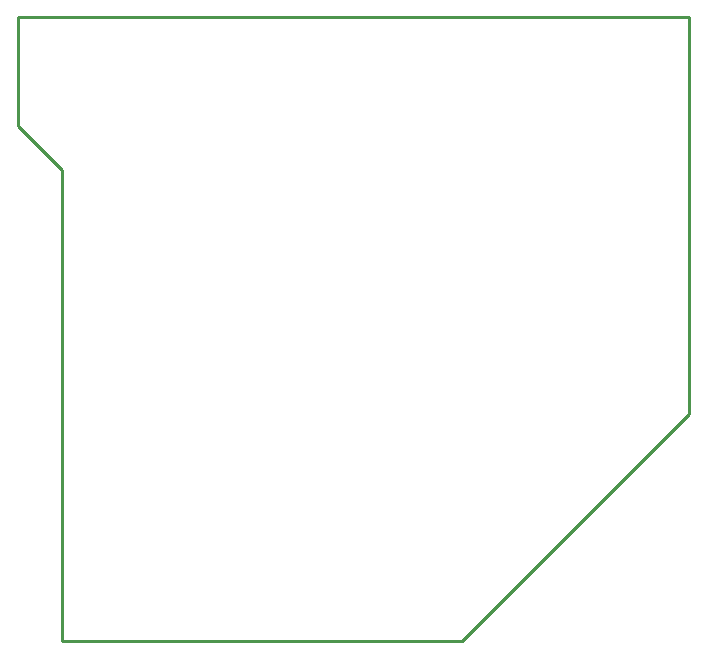
<source format=gm1>
G04*
G04 #@! TF.GenerationSoftware,Altium Limited,Altium Designer,19.1.8 (144)*
G04*
G04 Layer_Color=16711935*
%FSLAX25Y25*%
%MOIN*%
G70*
G01*
G75*
%ADD12C,0.01000*%
D12*
X250000Y77500D02*
Y210000D01*
X174500Y2000D02*
X250000Y77500D01*
X41000Y2000D02*
X174500D01*
X26500Y173500D02*
X41000Y159000D01*
X26500Y173500D02*
Y210000D01*
X250000D01*
X41000Y2000D02*
Y159000D01*
M02*

</source>
